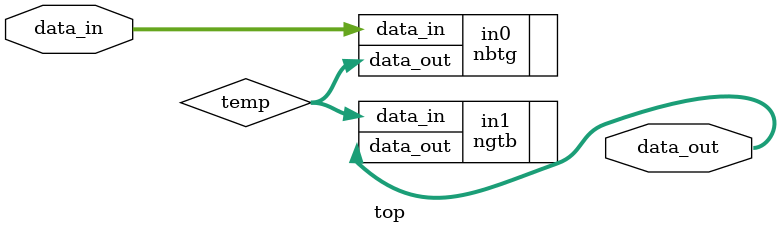
<source format=sv>
`include "bin_grey.v"
`include "grey_bin.v"
module top#(parameter size = 10)(input wire [size-1 : 0] data_in,
                                 output wire [size-1 : 0] data_out);
  
  
  wire [size-1:0] temp;
  
  nbtg #(.size(size))in0 (
            .data_in(data_in),
            .data_out(temp));
  
  ngtb #(.size(size))in1 (
           .data_in(temp),
           .data_out(data_out));
  
endmodule 
</source>
